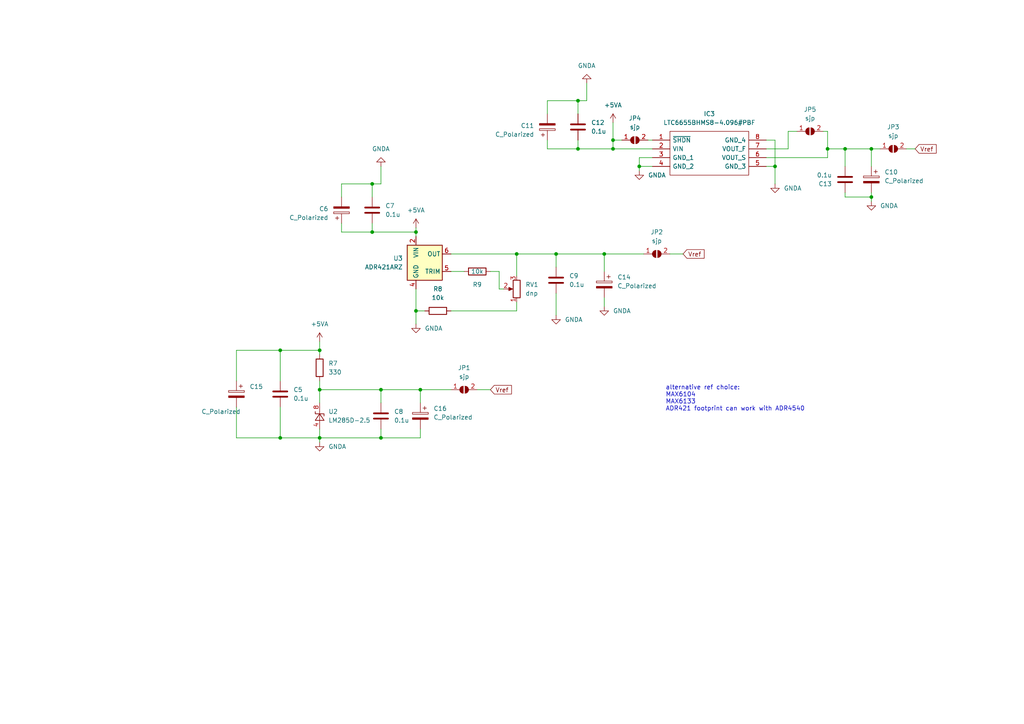
<source format=kicad_sch>
(kicad_sch (version 20211123) (generator eeschema)
  (paper "A4")
  (lib_symbols
    (symbol "Device:C" (pin_numbers hide) (pin_names (offset 0.254))
      (property "Reference" "C" (at 0.635 2.54 0))
      (property "Value" "C" (at 0.635 -2.54 0))
      (symbol "C_0_1"
        (polyline (pts (xy -2.032 -0.762) (xy 2.032 -0.762)) (stroke (width 0.508)))
        (polyline (pts (xy -2.032 0.762) (xy 2.032 0.762)) (stroke (width 0.508)))
      )
      (symbol "C_1_1"
        (pin passive line (at 0 3.81 270) (length 2.794) (name "~") (number "1"))
        (pin passive line (at 0 -3.81 90) (length 2.794) (name "~") (number "2"))
      )
    )
    (symbol "Device:C_Polarized" (pin_numbers hide) (pin_names (offset 0.254))
      (property "Reference" "C" (at 0.635 2.54 0))
      (property "Value" "C_Polarized" (at 0.635 -2.54 0))
      (symbol "C_Polarized_0_1"
        (rectangle (start -2.286 0.508) (end 2.286 1.016))
        (polyline (pts (xy -1.778 2.286) (xy -0.762 2.286)))
        (polyline (pts (xy -1.27 2.794) (xy -1.27 1.778)))
        (rectangle (start 2.286 -0.508) (end -2.286 -1.016) (fill (type outline)))
      )
      (symbol "C_Polarized_1_1"
        (pin passive line (at 0 3.81 270) (length 2.794) (name "~") (number "1"))
        (pin passive line (at 0 -3.81 90) (length 2.794) (name "~") (number "2"))
      )
    )
    (symbol "Device:R" (pin_numbers hide) (pin_names (offset 0))
      (property "Reference" "R" (at 2.032 0 90))
      (property "Value" "R" (at 0 0 90))
      (symbol "R_0_1"
        (rectangle (start -1.016 -2.54) (end 1.016 2.54) (stroke (width 0.254)))
      )
      (symbol "R_1_1"
        (pin passive line (at 0 3.81 270) (length 1.27) (name "~") (number "1"))
        (pin passive line (at 0 -3.81 90) (length 1.27) (name "~") (number "2"))
      )
    )
    (symbol "Device:R_Potentiometer" (pin_names (offset 1.016) hide)
      (property "Reference" "RV" (at -4.445 0 90))
      (property "Value" "R_Potentiometer" (at -2.54 0 90))
      (symbol "R_Potentiometer_0_1"
        (polyline (pts (xy 2.54 0) (xy 1.524 0)))
        (polyline (pts (xy 1.143 0) (xy 2.286 0.508) (xy 2.286 -0.508) (xy 1.143 0)) (fill (type outline)))
        (rectangle (start 1.016 2.54) (end -1.016 -2.54) (stroke (width 0.254)))
      )
      (symbol "R_Potentiometer_1_1"
        (pin passive line (at 0 3.81 270) (length 1.27) (name "1") (number "1"))
        (pin passive line (at 3.81 0 180) (length 1.27) (name "2") (number "2"))
        (pin passive line (at 0 -3.81 90) (length 1.27) (name "3") (number "3"))
      )
    )
    (symbol "Jumper:SolderJumper_2_Open" (pin_names (offset 0) hide)
      (property "Reference" "JP" (at 0 2.032 0))
      (property "Value" "SolderJumper_2_Open" (at 0 -2.54 0))
      (symbol "SolderJumper_2_Open_0_1"
        (arc (start -0.254 1.016) (mid -1.27 0) (end -0.254 -1.016))
        (arc (start -0.254 1.016) (mid -1.27 0) (end -0.254 -1.016) (fill (type outline)))
        (polyline (pts (xy -0.254 1.016) (xy -0.254 -1.016)))
        (polyline (pts (xy 0.254 1.016) (xy 0.254 -1.016)))
        (arc (start 0.254 -1.016) (mid 1.27 0) (end 0.254 1.016))
        (arc (start 0.254 -1.016) (mid 1.27 0) (end 0.254 1.016) (fill (type outline)))
      )
      (symbol "SolderJumper_2_Open_1_1"
        (pin passive line (at -3.81 0 0) (length 2.54) (name "A") (number "1"))
        (pin passive line (at 3.81 0 180) (length 2.54) (name "B") (number "2"))
      )
    )
    (symbol "Reference_Voltage:ADR421ARMZ"
      (property "Reference" "U" (at 0 6.35 0))
      (property "Value" "ADR421ARMZ" (at 3.81 -6.35 0))
      (symbol "ADR421ARMZ_0_1"
        (rectangle (start 5.08 -5.08) (end -5.08 5.08) (stroke (width 0.254)) (fill (type background)))
        (pin no_connect line (at -5.08 0 0) (length 2.54) hide (name "TP") (number "1"))
        (pin power_in line (at -2.54 7.62 270) (length 2.54) (name "VIN") (number "2"))
        (pin no_connect line (at 5.08 0 180) (length 2.54) hide (name "NC") (number "3"))
        (pin power_in line (at -2.54 -7.62 90) (length 2.54) (name "GND") (number "4"))
        (pin passive line (at 7.62 -2.54 180) (length 2.54) (name "TRIM") (number "5"))
        (pin output line (at 7.62 2.54 180) (length 2.54) (name "OUT") (number "6"))
        (pin no_connect line (at -5.08 2.54 0) (length 2.54) hide (name "NC") (number "7"))
        (pin no_connect line (at -5.08 -2.54 0) (length 2.54) hide (name "TP") (number "8"))
      )
    )
    (symbol "Reference_Voltage:LM285D-2.5" (pin_names (offset 0.0254) hide)
      (property "Reference" "U" (at 0 3.175 0))
      (property "Value" "LM285D-2.5" (at 0 -3.175 0))
      (symbol "LM285D-2.5_0_1"
        (polyline (pts (xy -1.27 0) (xy 0 0) (xy 1.27 0)))
        (polyline (pts (xy -1.27 -1.27) (xy 0.635 0) (xy -1.27 1.27) (xy -1.27 -1.27)) (stroke (width 0.2032)))
        (polyline (pts (xy 0 -1.27) (xy 0.635 -1.27) (xy 0.635 1.27) (xy 1.27 1.27)) (stroke (width 0.2032)))
      )
      (symbol "LM285D-2.5_1_1"
        (pin passive line (at -3.81 0 0) (length 2.54) (name "A") (number "4"))
        (pin passive line (at 3.81 0 180) (length 2.54) (name "K") (number "8"))
      )
    )
    (symbol "SamacSys_Parts:LTC6655BHMS8-4.096#PBF" (pin_names (offset 0.762))
      (property "Reference" "IC" (at 29.21 7.62 0))
      (property "Value" "LTC6655BHMS8-4.096#PBF" (at 29.21 5.08 0))
      (symbol "LTC6655BHMS8-4.096#PBF_0_0"
        (pin passive line (at 0 0 0) (length 5.08) (name "~{SHDN}") (number "1"))
        (pin passive line (at 0 -2.54 0) (length 5.08) (name "VIN") (number "2"))
        (pin passive line (at 0 -5.08 0) (length 5.08) (name "GND_1") (number "3"))
        (pin passive line (at 0 -7.62 0) (length 5.08) (name "GND_2") (number "4"))
        (pin passive line (at 33.02 -7.62 180) (length 5.08) (name "GND_3") (number "5"))
        (pin passive line (at 33.02 -5.08 180) (length 5.08) (name "VOUT_S") (number "6"))
        (pin passive line (at 33.02 -2.54 180) (length 5.08) (name "VOUT_F") (number "7"))
        (pin passive line (at 33.02 0 180) (length 5.08) (name "GND_4") (number "8"))
      )
      (symbol "LTC6655BHMS8-4.096#PBF_0_1"
        (polyline (pts (xy 5.08 2.54) (xy 27.94 2.54) (xy 27.94 -10.16) (xy 5.08 -10.16) (xy 5.08 2.54)) (stroke (width 0.1524)))
      )
    )
    (symbol "power:+5VA" (power) (pin_names (offset 0))
      (property "Value" "+5VA" (at 0 3.556 0))
      (symbol "+5VA_0_1"
        (polyline (pts (xy -0.762 1.27) (xy 0 2.54)))
        (polyline (pts (xy 0 0) (xy 0 2.54)))
        (polyline (pts (xy 0 2.54) (xy 0.762 1.27)))
      )
      (symbol "+5VA_1_1"
        (pin power_in line (at 0 0 90) (length 0) hide (name "+5VA") (number "1"))
      )
    )
    (symbol "power:GNDA" (power) (pin_names (offset 0))
      (property "Value" "GNDA" (at 0 -3.81 0))
      (symbol "GNDA_0_1"
        (polyline (pts (xy 0 0) (xy 0 -1.27) (xy 1.27 -1.27) (xy 0 -2.54) (xy -1.27 -1.27) (xy 0 -1.27)))
      )
      (symbol "GNDA_1_1"
        (pin power_in line (at 0 0 270) (length 0) hide (name "GNDA") (number "1"))
      )
    )
  )
  (junction (at 121.92 113.03))
  (junction (at 161.29 73.66))
  (junction (at 252.73 57.15))
  (junction (at 107.95 53.34))
  (junction (at 167.64 43.18))
  (junction (at 92.71 101.6))
  (junction (at 81.28 127))
  (junction (at 245.11 43.18))
  (junction (at 175.26 73.66))
  (junction (at 177.8 40.64))
  (junction (at 240.03 43.18))
  (junction (at 92.71 127))
  (junction (at 252.73 43.18))
  (junction (at 81.28 101.6))
  (junction (at 107.95 67.31))
  (junction (at 185.42 48.26))
  (junction (at 120.65 67.31))
  (junction (at 120.65 90.17))
  (junction (at 167.64 29.21))
  (junction (at 92.71 113.03))
  (junction (at 110.49 113.03))
  (junction (at 149.86 73.66))
  (junction (at 177.8 43.18))
  (junction (at 110.49 127))
  (junction (at 224.79 48.26))
  (wire (pts (xy 185.42 49.53) (xy 185.42 48.26)))
  (wire (pts (xy 134.62 78.74) (xy 130.81 78.74)))
  (wire (pts (xy 92.71 128.27) (xy 92.71 127)))
  (wire (pts (xy 110.49 113.03) (xy 92.71 113.03)))
  (wire (pts (xy 245.11 48.26) (xy 245.11 43.18)))
  (wire (pts (xy 167.64 40.64) (xy 167.64 43.18)))
  (wire (pts (xy 68.58 118.11) (xy 68.58 127)))
  (wire (pts (xy 189.23 48.26) (xy 185.42 48.26)))
  (wire (pts (xy 92.71 99.06) (xy 92.71 101.6)))
  (wire (pts (xy 222.25 43.18) (xy 228.6 43.18)))
  (wire (pts (xy 158.75 40.64) (xy 158.75 43.18)))
  (wire (pts (xy 149.86 90.17) (xy 130.81 90.17)))
  (wire (pts (xy 120.65 90.17) (xy 120.65 83.82)))
  (wire (pts (xy 185.42 48.26) (xy 185.42 45.72)))
  (wire (pts (xy 240.03 43.18) (xy 245.11 43.18)))
  (wire (pts (xy 92.71 101.6) (xy 81.28 101.6)))
  (wire (pts (xy 110.49 53.34) (xy 110.49 48.26)))
  (wire (pts (xy 120.65 66.04) (xy 120.65 67.31)))
  (wire (pts (xy 81.28 101.6) (xy 81.28 110.49)))
  (wire (pts (xy 149.86 73.66) (xy 161.29 73.66)))
  (wire (pts (xy 222.25 45.72) (xy 240.03 45.72)))
  (wire (pts (xy 99.06 64.77) (xy 99.06 67.31)))
  (wire (pts (xy 121.92 127) (xy 110.49 127)))
  (wire (pts (xy 92.71 110.49) (xy 92.71 113.03)))
  (wire (pts (xy 177.8 43.18) (xy 189.23 43.18)))
  (wire (pts (xy 238.76 38.1) (xy 240.03 38.1)))
  (wire (pts (xy 167.64 29.21) (xy 170.18 29.21)))
  (wire (pts (xy 149.86 80.01) (xy 149.86 73.66)))
  (wire (pts (xy 170.18 29.21) (xy 170.18 24.13)))
  (wire (pts (xy 120.65 67.31) (xy 120.65 68.58)))
  (wire (pts (xy 110.49 127) (xy 92.71 127)))
  (wire (pts (xy 107.95 53.34) (xy 99.06 53.34)))
  (wire (pts (xy 198.12 73.66) (xy 194.31 73.66)))
  (wire (pts (xy 130.81 73.66) (xy 149.86 73.66)))
  (wire (pts (xy 99.06 53.34) (xy 99.06 57.15)))
  (wire (pts (xy 222.25 40.64) (xy 224.79 40.64)))
  (wire (pts (xy 224.79 48.26) (xy 224.79 53.34)))
  (wire (pts (xy 180.34 40.64) (xy 177.8 40.64)))
  (wire (pts (xy 167.64 43.18) (xy 177.8 43.18)))
  (wire (pts (xy 99.06 67.31) (xy 107.95 67.31)))
  (wire (pts (xy 107.95 64.77) (xy 107.95 67.31)))
  (wire (pts (xy 228.6 38.1) (xy 228.6 43.18)))
  (wire (pts (xy 177.8 35.56) (xy 177.8 40.64)))
  (wire (pts (xy 175.26 78.74) (xy 175.26 73.66)))
  (wire (pts (xy 121.92 116.84) (xy 121.92 113.03)))
  (wire (pts (xy 107.95 67.31) (xy 120.65 67.31)))
  (wire (pts (xy 265.43 43.18) (xy 262.89 43.18)))
  (wire (pts (xy 68.58 127) (xy 81.28 127)))
  (wire (pts (xy 187.96 40.64) (xy 189.23 40.64)))
  (wire (pts (xy 144.78 83.82) (xy 146.05 83.82)))
  (wire (pts (xy 121.92 113.03) (xy 110.49 113.03)))
  (wire (pts (xy 231.14 38.1) (xy 228.6 38.1)))
  (wire (pts (xy 158.75 29.21) (xy 158.75 33.02)))
  (wire (pts (xy 240.03 45.72) (xy 240.03 43.18)))
  (wire (pts (xy 107.95 53.34) (xy 110.49 53.34)))
  (wire (pts (xy 161.29 77.47) (xy 161.29 73.66)))
  (wire (pts (xy 81.28 127) (xy 92.71 127)))
  (wire (pts (xy 185.42 45.72) (xy 189.23 45.72)))
  (wire (pts (xy 142.24 113.03) (xy 138.43 113.03)))
  (wire (pts (xy 123.19 90.17) (xy 120.65 90.17)))
  (wire (pts (xy 110.49 124.46) (xy 110.49 127)))
  (wire (pts (xy 240.03 38.1) (xy 240.03 43.18)))
  (wire (pts (xy 158.75 43.18) (xy 167.64 43.18)))
  (wire (pts (xy 149.86 87.63) (xy 149.86 90.17)))
  (wire (pts (xy 68.58 110.49) (xy 68.58 101.6)))
  (wire (pts (xy 252.73 57.15) (xy 252.73 55.88)))
  (wire (pts (xy 120.65 93.98) (xy 120.65 90.17)))
  (wire (pts (xy 175.26 73.66) (xy 161.29 73.66)))
  (wire (pts (xy 81.28 118.11) (xy 81.28 127)))
  (wire (pts (xy 167.64 29.21) (xy 167.64 33.02)))
  (wire (pts (xy 224.79 48.26) (xy 222.25 48.26)))
  (wire (pts (xy 161.29 85.09) (xy 161.29 91.44)))
  (wire (pts (xy 175.26 86.36) (xy 175.26 88.9)))
  (wire (pts (xy 144.78 78.74) (xy 144.78 83.82)))
  (wire (pts (xy 92.71 101.6) (xy 92.71 102.87)))
  (wire (pts (xy 245.11 57.15) (xy 252.73 57.15)))
  (wire (pts (xy 245.11 43.18) (xy 252.73 43.18)))
  (wire (pts (xy 252.73 48.26) (xy 252.73 43.18)))
  (wire (pts (xy 245.11 55.88) (xy 245.11 57.15)))
  (wire (pts (xy 110.49 116.84) (xy 110.49 113.03)))
  (wire (pts (xy 224.79 40.64) (xy 224.79 48.26)))
  (wire (pts (xy 186.69 73.66) (xy 175.26 73.66)))
  (wire (pts (xy 252.73 43.18) (xy 255.27 43.18)))
  (wire (pts (xy 177.8 40.64) (xy 177.8 43.18)))
  (wire (pts (xy 92.71 113.03) (xy 92.71 116.84)))
  (wire (pts (xy 167.64 29.21) (xy 158.75 29.21)))
  (wire (pts (xy 252.73 58.42) (xy 252.73 57.15)))
  (wire (pts (xy 121.92 124.46) (xy 121.92 127)))
  (wire (pts (xy 142.24 78.74) (xy 144.78 78.74)))
  (wire (pts (xy 92.71 127) (xy 92.71 124.46)))
  (wire (pts (xy 130.81 113.03) (xy 121.92 113.03)))
  (wire (pts (xy 107.95 53.34) (xy 107.95 57.15)))
  (wire (pts (xy 68.58 101.6) (xy 81.28 101.6)))
  (text "alternative ref choice:\nMAX6104\nMAX6133\nADR421 footprint can work with ADR4540\n" (at 193.04 119.38 0) (effects (font (size 1.27 1.27)) (justify left bottom)))
  (global_label "Vref" (shape input) (at 265.43 43.18 0) (property "Intersheet References" "${INTERSHEET_REFS}" (effects hide)))
  (global_label "Vref" (shape input) (at 198.12 73.66 0) (property "Intersheet References" "${INTERSHEET_REFS}" (effects hide)))
  (global_label "Vref" (shape input) (at 142.24 113.03 0) (property "Intersheet References" "${INTERSHEET_REFS}" (effects hide)))
  (symbol (lib_id "power:GNDA") (at 170.18 24.13 180) (unit 1)
    (property "Reference" "#PWR0115" (effects hide))
    (property "Value" "GNDA" (at 170.18 19.05 0))
  )
  (symbol (lib_id "Device:C") (at 161.29 81.28 0) (mirror y) (unit 1)
    (property "Reference" "C9" (at 165.1 80.0099 0) (effects (justify right)))
    (property "Value" "0.1u" (at 165.1 82.5499 0) (effects (justify right)))
    (property "Footprint" "Capacitor_SMD:C_0805_2012Metric" (effects hide))
  )
  (symbol (lib_id "Jumper:SolderJumper_2_Open") (at 259.08 43.18 0) (unit 1)
    (property "Reference" "JP3" (at 259.08 36.83 0))
    (property "Value" "sjp" (at 259.08 39.37 0))
    (property "Footprint" "Jumper:SolderJumper-2_P1.3mm_Open_RoundedPad1.0x1.5mm" (effects hide))
  )
  (symbol (lib_id "Device:R_Potentiometer") (at 149.86 83.82 180) (unit 1)
    (property "Reference" "RV1" (at 152.4 82.5499 0) (effects (justify right)))
    (property "Value" "dnp" (at 152.4 85.0899 0) (effects (justify right)))
    (property "Footprint" "Potentiometer_SMD:Potentiometer_Bourns_3224W_Vertical" (effects hide))
  )
  (symbol (lib_id "power:GNDA") (at 92.71 128.27 0) (unit 1)
    (property "Reference" "#PWR0110" (effects hide))
    (property "Value" "GNDA" (at 95.25 129.5399 0) (effects (justify left)))
  )
  (symbol (lib_id "Reference_Voltage:ADR421ARMZ") (at 123.19 76.2 0) (unit 1)
    (property "Reference" "U3" (at 116.84 74.9299 0) (effects (justify right)))
    (property "Value" "ADR421ARZ" (at 116.84 77.4699 0) (effects (justify right)))
    (property "Footprint" "Package_SO:SOIC-8_3.9x4.9mm_P1.27mm" (effects hide))
    (property "Datasheet" "https://www.analog.com/media/en/technical-documentation/data-sheets/adr420_421_423_425.pdf" (effects hide))
  )
  (symbol (lib_id "Device:C") (at 81.28 114.3 0) (unit 1)
    (property "Reference" "C5" (at 85.09 113.0299 0) (effects (justify left)))
    (property "Value" "0.1u" (at 85.09 115.5699 0) (effects (justify left)))
    (property "Footprint" "Capacitor_SMD:C_0805_2012Metric" (effects hide))
  )
  (symbol (lib_id "Device:C") (at 167.64 36.83 180) (unit 1)
    (property "Reference" "C12" (at 171.45 35.5599 0) (effects (justify right)))
    (property "Value" "0.1u" (at 171.45 38.0999 0) (effects (justify right)))
    (property "Footprint" "Capacitor_SMD:C_0805_2012Metric" (effects hide))
  )
  (symbol (lib_id "Reference_Voltage:LM285D-2.5") (at 92.71 120.65 90) (unit 1)
    (property "Reference" "U2" (at 95.25 119.3799 90) (effects (justify right)))
    (property "Value" "LM285D-2.5" (at 95.25 121.9199 90) (effects (justify right)))
    (property "Footprint" "Package_SO:SOIC-8_3.9x4.9mm_P1.27mm" (effects hide))
    (property "Datasheet" "http://www.onsemi.com/pub_link/Collateral/LM285-D.PDF" (effects hide))
  )
  (symbol (lib_id "Device:C") (at 245.11 52.07 0) (unit 1)
    (property "Reference" "C13" (at 241.3 53.3401 0) (effects (justify right)))
    (property "Value" "0.1u" (at 241.3 50.8001 0) (effects (justify right)))
    (property "Footprint" "Capacitor_SMD:C_0805_2012Metric" (effects hide))
  )
  (symbol (lib_id "Device:R") (at 127 90.17 270) (unit 1)
    (property "Reference" "R8" (at 127 83.82 90))
    (property "Value" "10k" (at 127 86.36 90))
    (property "Footprint" "Resistor_SMD:R_0805_2012Metric" (effects hide))
  )
  (symbol (lib_id "Device:R") (at 138.43 78.74 90) (mirror x) (unit 1)
    (property "Reference" "R9" (at 138.43 82.55 90))
    (property "Value" "10k" (at 138.43 78.74 90))
    (property "Footprint" "Resistor_SMD:R_0805_2012Metric" (effects hide))
  )
  (symbol (lib_id "Device:C_Polarized") (at 175.26 82.55 0) (mirror y) (unit 1)
    (property "Reference" "C14" (at 179.07 80.3909 0) (effects (justify right)))
    (property "Value" "C_Polarized" (at 179.07 82.9309 0) (effects (justify right)))
    (property "Footprint" "Capacitor_Tantalum_SMD:CP_EIA-3528-12_Kemet-T" (effects hide))
  )
  (symbol (lib_id "Device:C_Polarized") (at 99.06 60.96 0) (mirror x) (unit 1)
    (property "Reference" "C6" (at 95.25 60.5789 0) (effects (justify right)))
    (property "Value" "C_Polarized" (at 95.25 63.1189 0) (effects (justify right)))
    (property "Footprint" "Capacitor_Tantalum_SMD:CP_EIA-3528-12_Kemet-T" (effects hide))
  )
  (symbol (lib_id "power:GNDA") (at 161.29 91.44 0) (unit 1)
    (property "Reference" "#PWR0109" (effects hide))
    (property "Value" "GNDA" (at 163.83 92.7099 0) (effects (justify left)))
  )
  (symbol (lib_id "SamacSys_Parts:LTC6655BHMS8-4.096#PBF") (at 189.23 40.64 0) (unit 1)
    (property "Reference" "IC3" (at 205.74 33.02 0))
    (property "Value" "LTC6655BHMS8-4.096#PBF" (at 205.74 35.56 0))
    (property "Footprint" "SamacSys_Parts:SOP65P490X110-8N" (effects hide))
    (property "Datasheet" "https://datasheet.datasheetarchive.com/originals/distributors/Datasheets_SAMA/9998420db371d494094b96e548e5d6b5.pdf" (effects hide))
    (property "Description" "Voltage References Ultra Low Noise, 4.096V Precision Voltage Reference" (effects hide))
    (property "Height" "1.1" (effects hide))
    (property "Mouser Part Number" "584-6655BHMS84.096PF" (effects hide))
    (property "Mouser Price/Stock" "https://www.mouser.co.uk/ProductDetail/Analog-Devices/LTC6655BHMS8-4096PBF?qs=hVkxg5c3xu%2FIGDryBHV7tg%3D%3D" (effects hide))
    (property "Manufacturer_Name" "Analog Devices" (effects hide))
    (property "Manufacturer_Part_Number" "LTC6655BHMS8-4.096#PBF" (effects hide))
  )
  (symbol (lib_id "Device:C_Polarized") (at 252.73 52.07 0) (mirror y) (unit 1)
    (property "Reference" "C10" (at 256.54 49.9109 0) (effects (justify right)))
    (property "Value" "C_Polarized" (at 256.54 52.4509 0) (effects (justify right)))
    (property "Footprint" "Capacitor_Tantalum_SMD:CP_EIA-3528-12_Kemet-T" (effects hide))
  )
  (symbol (lib_id "power:GNDA") (at 175.26 88.9 0) (unit 1)
    (property "Reference" "#PWR0112" (effects hide))
    (property "Value" "GNDA" (at 177.8 90.1699 0) (effects (justify left)))
  )
  (symbol (lib_id "power:GNDA") (at 120.65 93.98 0) (unit 1)
    (property "Reference" "#PWR0108" (effects hide))
    (property "Value" "GNDA" (at 123.19 95.2499 0) (effects (justify left)))
  )
  (symbol (lib_id "power:GNDA") (at 252.73 58.42 0) (unit 1)
    (property "Reference" "#PWR0117" (effects hide))
    (property "Value" "GNDA" (at 255.27 59.6899 0) (effects (justify left)))
  )
  (symbol (lib_id "power:+5VA") (at 177.8 35.56 0) (unit 1)
    (property "Reference" "#PWR0113" (effects hide))
    (property "Value" "+5VA" (at 177.8 30.48 0))
  )
  (symbol (lib_id "Device:C_Polarized") (at 68.58 114.3 0) (mirror y) (unit 1)
    (property "Reference" "C15" (at 72.39 112.1409 0) (effects (justify right)))
    (property "Value" "C_Polarized" (at 58.42 119.38 0) (effects (justify right)))
    (property "Footprint" "Capacitor_Tantalum_SMD:CP_EIA-3528-12_Kemet-T" (effects hide))
  )
  (symbol (lib_id "Jumper:SolderJumper_2_Open") (at 234.95 38.1 0) (unit 1)
    (property "Reference" "JP5" (at 234.95 31.75 0))
    (property "Value" "sjp" (at 234.95 34.29 0))
    (property "Footprint" "Jumper:SolderJumper-2_P1.3mm_Open_RoundedPad1.0x1.5mm" (effects hide))
  )
  (symbol (lib_id "Device:C") (at 110.49 120.65 0) (unit 1)
    (property "Reference" "C8" (at 114.3 119.3799 0) (effects (justify left)))
    (property "Value" "0.1u" (at 114.3 121.9199 0) (effects (justify left)))
    (property "Footprint" "Capacitor_SMD:C_0805_2012Metric" (effects hide))
  )
  (symbol (lib_id "Jumper:SolderJumper_2_Open") (at 134.62 113.03 0) (unit 1)
    (property "Reference" "JP1" (at 134.62 106.68 0))
    (property "Value" "sjp" (at 134.62 109.22 0))
    (property "Footprint" "Jumper:SolderJumper-2_P1.3mm_Open_RoundedPad1.0x1.5mm" (effects hide))
  )
  (symbol (lib_id "power:GNDA") (at 110.49 48.26 180) (unit 1)
    (property "Reference" "#PWR0107" (effects hide))
    (property "Value" "GNDA" (at 110.49 43.18 0))
  )
  (symbol (lib_id "Device:C_Polarized") (at 158.75 36.83 0) (mirror x) (unit 1)
    (property "Reference" "C11" (at 154.94 36.4489 0) (effects (justify right)))
    (property "Value" "C_Polarized" (at 154.94 38.9889 0) (effects (justify right)))
    (property "Footprint" "Capacitor_Tantalum_SMD:CP_EIA-3528-12_Kemet-T" (effects hide))
  )
  (symbol (lib_id "power:+5VA") (at 120.65 66.04 0) (unit 1)
    (property "Reference" "#PWR0106" (effects hide))
    (property "Value" "+5VA" (at 120.65 60.96 0))
  )
  (symbol (lib_id "Device:R") (at 92.71 106.68 0) (unit 1)
    (property "Reference" "R7" (at 95.25 105.4099 0) (effects (justify left)))
    (property "Value" "330" (at 95.25 107.9499 0) (effects (justify left)))
    (property "Footprint" "Resistor_SMD:R_0805_2012Metric" (effects hide))
  )
  (symbol (lib_id "power:GNDA") (at 224.79 53.34 0) (unit 1)
    (property "Reference" "#PWR0116" (effects hide))
    (property "Value" "GNDA" (at 227.33 54.6099 0) (effects (justify left)))
  )
  (symbol (lib_id "Jumper:SolderJumper_2_Open") (at 190.5 73.66 0) (unit 1)
    (property "Reference" "JP2" (at 190.5 67.31 0))
    (property "Value" "sjp" (at 190.5 69.85 0))
    (property "Footprint" "Jumper:SolderJumper-2_P1.3mm_Open_RoundedPad1.0x1.5mm" (effects hide))
  )
  (symbol (lib_id "Device:C") (at 107.95 60.96 180) (unit 1)
    (property "Reference" "C7" (at 111.76 59.6899 0) (effects (justify right)))
    (property "Value" "0.1u" (at 111.76 62.2299 0) (effects (justify right)))
    (property "Footprint" "Capacitor_SMD:C_0805_2012Metric" (effects hide))
  )
  (symbol (lib_id "power:GNDA") (at 185.42 49.53 0) (unit 1)
    (property "Reference" "#PWR0114" (effects hide))
    (property "Value" "GNDA" (at 187.96 50.7999 0) (effects (justify left)))
  )
  (symbol (lib_id "Device:C_Polarized") (at 121.92 120.65 0) (mirror y) (unit 1)
    (property "Reference" "C16" (at 125.73 118.4909 0) (effects (justify right)))
    (property "Value" "C_Polarized" (at 125.73 121.0309 0) (effects (justify right)))
    (property "Footprint" "Capacitor_Tantalum_SMD:CP_EIA-3528-12_Kemet-T" (effects hide))
  )
  (symbol (lib_id "power:+5VA") (at 92.71 99.06 0) (unit 1)
    (property "Reference" "#PWR0111" (effects hide))
    (property "Value" "+5VA" (at 92.71 93.98 0))
  )
  (symbol (lib_id "Jumper:SolderJumper_2_Open") (at 184.15 40.64 0) (unit 1)
    (property "Reference" "JP4" (at 184.15 34.29 0))
    (property "Value" "sjp" (at 184.15 36.83 0))
    (property "Footprint" "Jumper:SolderJumper-2_P1.3mm_Open_RoundedPad1.0x1.5mm" (effects hide))
  )
)
</source>
